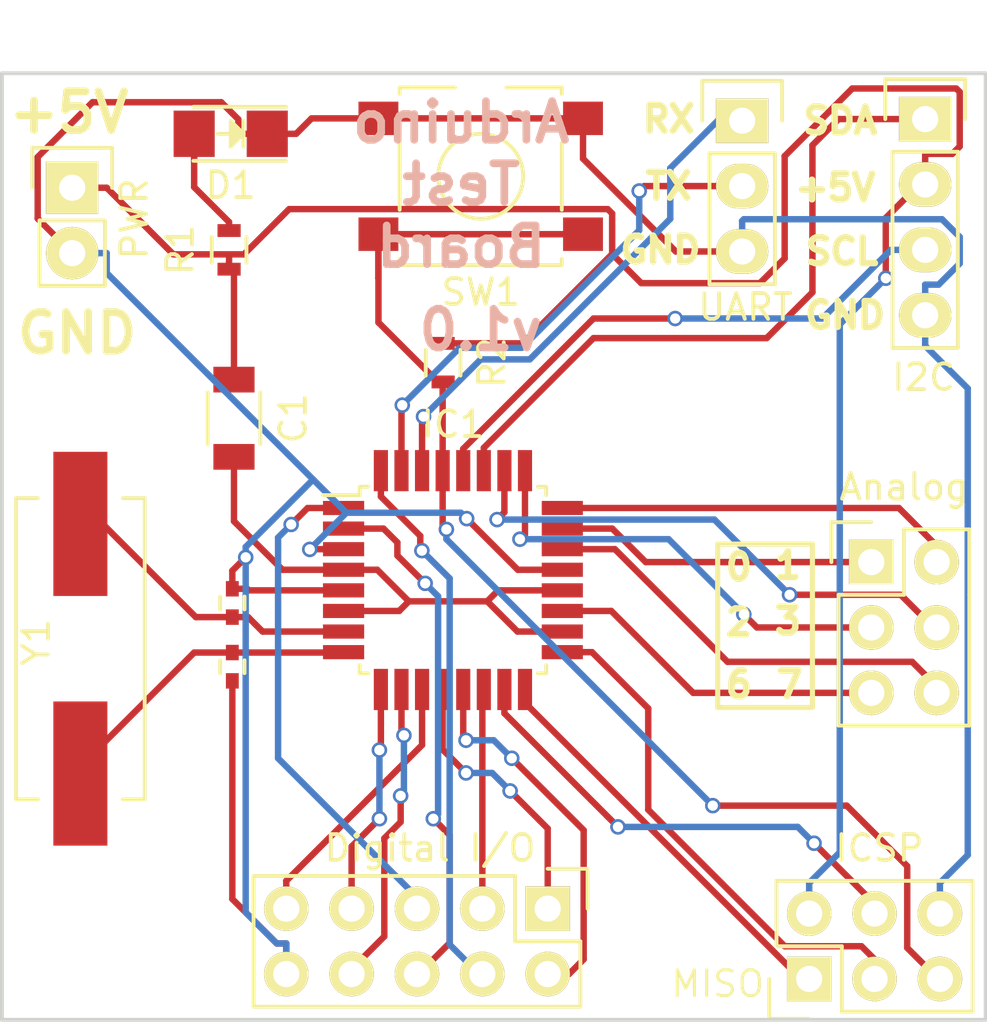
<source format=kicad_pcb>
(kicad_pcb (version 20171130) (host pcbnew "(5.1.12)-1")

  (general
    (thickness 1.6)
    (drawings 27)
    (tracks 294)
    (zones 0)
    (modules 15)
    (nets 30)
  )

  (page A4)
  (layers
    (0 F.Cu signal)
    (31 B.Cu signal)
    (32 B.Adhes user)
    (33 F.Adhes user hide)
    (34 B.Paste user)
    (35 F.Paste user)
    (36 B.SilkS user)
    (37 F.SilkS user)
    (38 B.Mask user)
    (39 F.Mask user)
    (40 Dwgs.User user)
    (41 Cmts.User user)
    (42 Eco1.User user)
    (43 Eco2.User user)
    (44 Edge.Cuts user)
    (45 Margin user)
    (46 B.CrtYd user)
    (47 F.CrtYd user)
    (48 B.Fab user)
    (49 F.Fab user)
  )

  (setup
    (last_trace_width 0.25)
    (trace_clearance 0.2)
    (zone_clearance 0.508)
    (zone_45_only no)
    (trace_min 0.2)
    (via_size 0.6)
    (via_drill 0.4)
    (via_min_size 0.4)
    (via_min_drill 0.3)
    (uvia_size 0.3)
    (uvia_drill 0.1)
    (uvias_allowed no)
    (uvia_min_size 0.2)
    (uvia_min_drill 0.1)
    (edge_width 0.15)
    (segment_width 0.2)
    (pcb_text_width 0.3)
    (pcb_text_size 1.5 1.5)
    (mod_edge_width 0.15)
    (mod_text_size 1 1)
    (mod_text_width 0.15)
    (pad_size 1.524 1.524)
    (pad_drill 0.762)
    (pad_to_mask_clearance 0.2)
    (aux_axis_origin 0 0)
    (visible_elements 7FFFFFFF)
    (pcbplotparams
      (layerselection 0x010f0_80000001)
      (usegerberextensions true)
      (usegerberattributes true)
      (usegerberadvancedattributes true)
      (creategerberjobfile true)
      (excludeedgelayer true)
      (linewidth 0.100000)
      (plotframeref false)
      (viasonmask false)
      (mode 1)
      (useauxorigin false)
      (hpglpennumber 1)
      (hpglpenspeed 20)
      (hpglpendiameter 15.000000)
      (psnegative false)
      (psa4output false)
      (plotreference true)
      (plotvalue true)
      (plotinvisibletext false)
      (padsonsilk false)
      (subtractmaskfromsilk false)
      (outputformat 1)
      (mirror false)
      (drillshape 0)
      (scaleselection 1)
      (outputdirectory "Gerbs/"))
  )

  (net 0 "")
  (net 1 +5V)
  (net 2 "Net-(C1-Pad2)")
  (net 3 GND)
  (net 4 /OSC1)
  (net 5 /OSC2)
  (net 6 "Net-(D1-Pad2)")
  (net 7 /PD3)
  (net 8 /PD4)
  (net 9 /PD5)
  (net 10 /PD6)
  (net 11 /PD7)
  (net 12 /PB0)
  (net 13 /PB1)
  (net 14 /PB2)
  (net 15 /MOSI)
  (net 16 /MISO)
  (net 17 /SCK)
  (net 18 /ADC6)
  (net 19 /ADC7)
  (net 20 /ADC0)
  (net 21 /ADC1)
  (net 22 /ADC2)
  (net 23 /ADC3)
  (net 24 /SDA)
  (net 25 /SCL)
  (net 26 /RST)
  (net 27 /RX)
  (net 28 /TX)
  (net 29 /PD2)

  (net_class Default "This is the default net class."
    (clearance 0.2)
    (trace_width 0.25)
    (via_dia 0.6)
    (via_drill 0.4)
    (uvia_dia 0.3)
    (uvia_drill 0.1)
    (add_net +5V)
    (add_net /ADC0)
    (add_net /ADC1)
    (add_net /ADC2)
    (add_net /ADC3)
    (add_net /ADC6)
    (add_net /ADC7)
    (add_net /MISO)
    (add_net /MOSI)
    (add_net /OSC1)
    (add_net /OSC2)
    (add_net /PB0)
    (add_net /PB1)
    (add_net /PB2)
    (add_net /PD2)
    (add_net /PD3)
    (add_net /PD4)
    (add_net /PD5)
    (add_net /PD6)
    (add_net /PD7)
    (add_net /RST)
    (add_net /RX)
    (add_net /SCK)
    (add_net /SCL)
    (add_net /SDA)
    (add_net /TX)
    (add_net GND)
    (add_net "Net-(C1-Pad2)")
    (add_net "Net-(D1-Pad2)")
  )

  (module Capacitors_SMD:C_1206 (layer F.Cu) (tedit 5415D7BD) (tstamp 581C2C42)
    (at 116.078 83.3755 270)
    (descr "Capacitor SMD 1206, reflow soldering, AVX (see smccp.pdf)")
    (tags "capacitor 1206")
    (path /581C261E)
    (attr smd)
    (fp_text reference C1 (at 0 -2.3 270) (layer F.SilkS)
      (effects (font (size 1 1) (thickness 0.15)))
    )
    (fp_text value 10u (at 0 2.3 270) (layer F.Fab)
      (effects (font (size 1 1) (thickness 0.15)))
    )
    (fp_line (start -1 1.025) (end 1 1.025) (layer F.SilkS) (width 0.15))
    (fp_line (start 1 -1.025) (end -1 -1.025) (layer F.SilkS) (width 0.15))
    (fp_line (start 2.3 -1.15) (end 2.3 1.15) (layer F.CrtYd) (width 0.05))
    (fp_line (start -2.3 -1.15) (end -2.3 1.15) (layer F.CrtYd) (width 0.05))
    (fp_line (start -2.3 1.15) (end 2.3 1.15) (layer F.CrtYd) (width 0.05))
    (fp_line (start -2.3 -1.15) (end 2.3 -1.15) (layer F.CrtYd) (width 0.05))
    (pad 1 smd rect (at -1.5 0 270) (size 1 1.6) (layers F.Cu F.Paste F.Mask)
      (net 1 +5V))
    (pad 2 smd rect (at 1.5 0 270) (size 1 1.6) (layers F.Cu F.Paste F.Mask)
      (net 2 "Net-(C1-Pad2)"))
    (model Capacitors_SMD.3dshapes/C_1206.wrl
      (at (xyz 0 0 0))
      (scale (xyz 1 1 1))
      (rotate (xyz 0 0 0))
    )
  )

  (module Capacitors_SMD:C_0402 (layer F.Cu) (tedit 581C2CF6) (tstamp 581C2C48)
    (at 116.014 90.551 270)
    (descr "Capacitor SMD 0402, reflow soldering, AVX (see smccp.pdf)")
    (tags "capacitor 0402")
    (path /581C199A)
    (attr smd)
    (fp_text reference CXtalIn1 (at 0 -1.7 270) (layer F.SilkS) hide
      (effects (font (size 1 1) (thickness 0.15)))
    )
    (fp_text value 18pf (at 0 1.7 270) (layer F.Fab) hide
      (effects (font (size 1 1) (thickness 0.15)))
    )
    (fp_line (start -0.25 0.475) (end 0.25 0.475) (layer F.SilkS) (width 0.15))
    (fp_line (start 0.25 -0.475) (end -0.25 -0.475) (layer F.SilkS) (width 0.15))
    (fp_line (start 1.15 -0.6) (end 1.15 0.6) (layer F.CrtYd) (width 0.05))
    (fp_line (start -1.15 -0.6) (end -1.15 0.6) (layer F.CrtYd) (width 0.05))
    (fp_line (start -1.15 0.6) (end 1.15 0.6) (layer F.CrtYd) (width 0.05))
    (fp_line (start -1.15 -0.6) (end 1.15 -0.6) (layer F.CrtYd) (width 0.05))
    (pad 1 smd rect (at -0.55 0 270) (size 0.6 0.5) (layers F.Cu F.Paste F.Mask)
      (net 3 GND))
    (pad 2 smd rect (at 0.55 0 270) (size 0.6 0.5) (layers F.Cu F.Paste F.Mask)
      (net 4 /OSC1))
    (model Capacitors_SMD.3dshapes/C_0402.wrl
      (at (xyz 0 0 0))
      (scale (xyz 1 1 1))
      (rotate (xyz 0 0 0))
    )
  )

  (module Capacitors_SMD:C_0402 (layer F.Cu) (tedit 581C2CF0) (tstamp 581C2C4E)
    (at 116.014 93.0275 90)
    (descr "Capacitor SMD 0402, reflow soldering, AVX (see smccp.pdf)")
    (tags "capacitor 0402")
    (path /581C192C)
    (attr smd)
    (fp_text reference CXtalout1 (at -3.3655 -2.0955 90) (layer F.SilkS) hide
      (effects (font (size 1 1) (thickness 0.15)))
    )
    (fp_text value 18pf (at 0 1.7 90) (layer F.Fab) hide
      (effects (font (size 1 1) (thickness 0.15)))
    )
    (fp_line (start -0.25 0.475) (end 0.25 0.475) (layer F.SilkS) (width 0.15))
    (fp_line (start 0.25 -0.475) (end -0.25 -0.475) (layer F.SilkS) (width 0.15))
    (fp_line (start 1.15 -0.6) (end 1.15 0.6) (layer F.CrtYd) (width 0.05))
    (fp_line (start -1.15 -0.6) (end -1.15 0.6) (layer F.CrtYd) (width 0.05))
    (fp_line (start -1.15 0.6) (end 1.15 0.6) (layer F.CrtYd) (width 0.05))
    (fp_line (start -1.15 -0.6) (end 1.15 -0.6) (layer F.CrtYd) (width 0.05))
    (pad 1 smd rect (at -0.55 0 90) (size 0.6 0.5) (layers F.Cu F.Paste F.Mask)
      (net 3 GND))
    (pad 2 smd rect (at 0.55 0 90) (size 0.6 0.5) (layers F.Cu F.Paste F.Mask)
      (net 5 /OSC2))
    (model Capacitors_SMD.3dshapes/C_0402.wrl
      (at (xyz 0 0 0))
      (scale (xyz 1 1 1))
      (rotate (xyz 0 0 0))
    )
  )

  (module LEDs:LED_1206 (layer F.Cu) (tedit 55BDE2E8) (tstamp 581C2C54)
    (at 115.951 72.3265 180)
    (descr "LED 1206 smd package")
    (tags "LED1206 SMD")
    (path /581C6DAA)
    (attr smd)
    (fp_text reference D1 (at 0 -2 180) (layer F.SilkS)
      (effects (font (size 1 1) (thickness 0.15)))
    )
    (fp_text value LED (at 0 2 180) (layer F.Fab)
      (effects (font (size 1 1) (thickness 0.15)))
    )
    (fp_line (start 2.5 1.25) (end 2.5 -1.25) (layer F.CrtYd) (width 0.05))
    (fp_line (start -2.5 1.25) (end 2.5 1.25) (layer F.CrtYd) (width 0.05))
    (fp_line (start -2.5 -1.25) (end -2.5 1.25) (layer F.CrtYd) (width 0.05))
    (fp_line (start 2.5 -1.25) (end -2.5 -1.25) (layer F.CrtYd) (width 0.05))
    (fp_line (start 0 0.5) (end -0.5 0) (layer F.SilkS) (width 0.15))
    (fp_line (start 0 -0.5) (end 0 0.5) (layer F.SilkS) (width 0.15))
    (fp_line (start -0.5 0) (end 0 -0.5) (layer F.SilkS) (width 0.15))
    (fp_line (start 0 0) (end 0.5 0) (layer F.SilkS) (width 0.15))
    (fp_line (start -0.5 -0.5) (end -0.5 0.5) (layer F.SilkS) (width 0.15))
    (fp_line (start -0.2 0.05) (end -0.25 0) (layer F.SilkS) (width 0.15))
    (fp_line (start -0.2 -0.2) (end -0.2 0.05) (layer F.SilkS) (width 0.15))
    (fp_line (start -0.4 0) (end -0.2 -0.2) (layer F.SilkS) (width 0.15))
    (fp_line (start -0.1 0.3) (end -0.4 0) (layer F.SilkS) (width 0.15))
    (fp_line (start -0.1 -0.3) (end -0.1 0.3) (layer F.SilkS) (width 0.15))
    (fp_line (start -2.15 -1.05) (end 1.45 -1.05) (layer F.SilkS) (width 0.15))
    (fp_line (start -2.15 1.05) (end 1.45 1.05) (layer F.SilkS) (width 0.15))
    (pad 2 smd rect (at 1.41986 0) (size 1.59766 1.80086) (layers F.Cu F.Paste F.Mask)
      (net 6 "Net-(D1-Pad2)"))
    (pad 1 smd rect (at -1.41986 0) (size 1.59766 1.80086) (layers F.Cu F.Paste F.Mask)
      (net 3 GND))
    (model LEDs.3dshapes/LED_1206.wrl
      (at (xyz 0 0 0))
      (scale (xyz 1 1 1))
      (rotate (xyz 0 0 180))
    )
  )

  (module Housings_QFP:TQFP-32_7x7mm_Pitch0.8mm (layer F.Cu) (tedit 54130A77) (tstamp 581C2C78)
    (at 124.587 89.662)
    (descr "32-Lead Plastic Thin Quad Flatpack (PT) - 7x7x1.0 mm Body, 2.00 mm [TQFP] (see Microchip Packaging Specification 00000049BS.pdf)")
    (tags "QFP 0.8")
    (path /581C16D4)
    (attr smd)
    (fp_text reference IC1 (at 0 -6.05) (layer F.SilkS)
      (effects (font (size 1 1) (thickness 0.15)))
    )
    (fp_text value ATMEGA328-A (at 0 6.05) (layer F.Fab)
      (effects (font (size 1 1) (thickness 0.15)))
    )
    (fp_line (start -3.625 -3.3) (end -5.05 -3.3) (layer F.SilkS) (width 0.15))
    (fp_line (start 3.625 -3.625) (end 3.3 -3.625) (layer F.SilkS) (width 0.15))
    (fp_line (start 3.625 3.625) (end 3.3 3.625) (layer F.SilkS) (width 0.15))
    (fp_line (start -3.625 3.625) (end -3.3 3.625) (layer F.SilkS) (width 0.15))
    (fp_line (start -3.625 -3.625) (end -3.3 -3.625) (layer F.SilkS) (width 0.15))
    (fp_line (start -3.625 3.625) (end -3.625 3.3) (layer F.SilkS) (width 0.15))
    (fp_line (start 3.625 3.625) (end 3.625 3.3) (layer F.SilkS) (width 0.15))
    (fp_line (start 3.625 -3.625) (end 3.625 -3.3) (layer F.SilkS) (width 0.15))
    (fp_line (start -3.625 -3.625) (end -3.625 -3.3) (layer F.SilkS) (width 0.15))
    (fp_line (start -5.3 5.3) (end 5.3 5.3) (layer F.CrtYd) (width 0.05))
    (fp_line (start -5.3 -5.3) (end 5.3 -5.3) (layer F.CrtYd) (width 0.05))
    (fp_line (start 5.3 -5.3) (end 5.3 5.3) (layer F.CrtYd) (width 0.05))
    (fp_line (start -5.3 -5.3) (end -5.3 5.3) (layer F.CrtYd) (width 0.05))
    (pad 1 smd rect (at -4.25 -2.8) (size 1.6 0.55) (layers F.Cu F.Paste F.Mask)
      (net 7 /PD3))
    (pad 2 smd rect (at -4.25 -2) (size 1.6 0.55) (layers F.Cu F.Paste F.Mask)
      (net 8 /PD4))
    (pad 3 smd rect (at -4.25 -1.2) (size 1.6 0.55) (layers F.Cu F.Paste F.Mask)
      (net 3 GND))
    (pad 4 smd rect (at -4.25 -0.4) (size 1.6 0.55) (layers F.Cu F.Paste F.Mask)
      (net 2 "Net-(C1-Pad2)"))
    (pad 5 smd rect (at -4.25 0.4) (size 1.6 0.55) (layers F.Cu F.Paste F.Mask)
      (net 3 GND))
    (pad 6 smd rect (at -4.25 1.2) (size 1.6 0.55) (layers F.Cu F.Paste F.Mask)
      (net 2 "Net-(C1-Pad2)"))
    (pad 7 smd rect (at -4.25 2) (size 1.6 0.55) (layers F.Cu F.Paste F.Mask)
      (net 4 /OSC1))
    (pad 8 smd rect (at -4.25 2.8) (size 1.6 0.55) (layers F.Cu F.Paste F.Mask)
      (net 5 /OSC2))
    (pad 9 smd rect (at -2.8 4.25 90) (size 1.6 0.55) (layers F.Cu F.Paste F.Mask)
      (net 9 /PD5))
    (pad 10 smd rect (at -2 4.25 90) (size 1.6 0.55) (layers F.Cu F.Paste F.Mask)
      (net 10 /PD6))
    (pad 11 smd rect (at -1.2 4.25 90) (size 1.6 0.55) (layers F.Cu F.Paste F.Mask)
      (net 11 /PD7))
    (pad 12 smd rect (at -0.4 4.25 90) (size 1.6 0.55) (layers F.Cu F.Paste F.Mask)
      (net 12 /PB0))
    (pad 13 smd rect (at 0.4 4.25 90) (size 1.6 0.55) (layers F.Cu F.Paste F.Mask)
      (net 13 /PB1))
    (pad 14 smd rect (at 1.2 4.25 90) (size 1.6 0.55) (layers F.Cu F.Paste F.Mask)
      (net 14 /PB2))
    (pad 15 smd rect (at 2 4.25 90) (size 1.6 0.55) (layers F.Cu F.Paste F.Mask)
      (net 15 /MOSI))
    (pad 16 smd rect (at 2.8 4.25 90) (size 1.6 0.55) (layers F.Cu F.Paste F.Mask)
      (net 16 /MISO))
    (pad 17 smd rect (at 4.25 2.8) (size 1.6 0.55) (layers F.Cu F.Paste F.Mask)
      (net 17 /SCK))
    (pad 18 smd rect (at 4.25 2) (size 1.6 0.55) (layers F.Cu F.Paste F.Mask)
      (net 2 "Net-(C1-Pad2)"))
    (pad 19 smd rect (at 4.25 1.2) (size 1.6 0.55) (layers F.Cu F.Paste F.Mask)
      (net 18 /ADC6))
    (pad 20 smd rect (at 4.25 0.4) (size 1.6 0.55) (layers F.Cu F.Paste F.Mask)
      (net 2 "Net-(C1-Pad2)"))
    (pad 21 smd rect (at 4.25 -0.4) (size 1.6 0.55) (layers F.Cu F.Paste F.Mask)
      (net 3 GND))
    (pad 22 smd rect (at 4.25 -1.2) (size 1.6 0.55) (layers F.Cu F.Paste F.Mask)
      (net 19 /ADC7))
    (pad 23 smd rect (at 4.25 -2) (size 1.6 0.55) (layers F.Cu F.Paste F.Mask)
      (net 20 /ADC0))
    (pad 24 smd rect (at 4.25 -2.8) (size 1.6 0.55) (layers F.Cu F.Paste F.Mask)
      (net 21 /ADC1))
    (pad 25 smd rect (at 2.8 -4.25 90) (size 1.6 0.55) (layers F.Cu F.Paste F.Mask)
      (net 22 /ADC2))
    (pad 26 smd rect (at 2 -4.25 90) (size 1.6 0.55) (layers F.Cu F.Paste F.Mask)
      (net 23 /ADC3))
    (pad 27 smd rect (at 1.2 -4.25 90) (size 1.6 0.55) (layers F.Cu F.Paste F.Mask)
      (net 24 /SDA))
    (pad 28 smd rect (at 0.4 -4.25 90) (size 1.6 0.55) (layers F.Cu F.Paste F.Mask)
      (net 25 /SCL))
    (pad 29 smd rect (at -0.4 -4.25 90) (size 1.6 0.55) (layers F.Cu F.Paste F.Mask)
      (net 26 /RST))
    (pad 30 smd rect (at -1.2 -4.25 90) (size 1.6 0.55) (layers F.Cu F.Paste F.Mask)
      (net 27 /RX))
    (pad 31 smd rect (at -2 -4.25 90) (size 1.6 0.55) (layers F.Cu F.Paste F.Mask)
      (net 28 /TX))
    (pad 32 smd rect (at -2.8 -4.25 90) (size 1.6 0.55) (layers F.Cu F.Paste F.Mask)
      (net 29 /PD2))
    (model Housings_QFP.3dshapes/TQFP-32_7x7mm_Pitch0.8mm.wrl
      (at (xyz 0 0 0))
      (scale (xyz 1 1 1))
      (rotate (xyz 0 0 0))
    )
  )

  (module Pin_Headers:Pin_Header_Straight_2x03 (layer F.Cu) (tedit 581CC21C) (tstamp 581C2C82)
    (at 138.43 105.156 90)
    (descr "Through hole pin header")
    (tags "pin header")
    (path /581C5447)
    (fp_text reference ICSP (at 5.08 2.7305 180) (layer F.SilkS)
      (effects (font (size 1 1) (thickness 0.15)))
    )
    (fp_text value ICSP (at 2.6035 -2.4765 90) (layer F.Fab) hide
      (effects (font (size 1 1) (thickness 0.15)))
    )
    (fp_line (start 3.81 1.27) (end 3.81 -1.27) (layer F.SilkS) (width 0.15))
    (fp_line (start 3.81 -1.27) (end 1.27 -1.27) (layer F.SilkS) (width 0.15))
    (fp_line (start -1.55 -1.55) (end -1.55 0) (layer F.SilkS) (width 0.15))
    (fp_line (start 3.81 6.35) (end 3.81 1.27) (layer F.SilkS) (width 0.15))
    (fp_line (start -1.27 6.35) (end 3.81 6.35) (layer F.SilkS) (width 0.15))
    (fp_line (start 1.27 1.27) (end -1.27 1.27) (layer F.SilkS) (width 0.15))
    (fp_line (start 1.27 -1.27) (end 1.27 1.27) (layer F.SilkS) (width 0.15))
    (fp_line (start -1.75 6.85) (end 4.3 6.85) (layer F.CrtYd) (width 0.05))
    (fp_line (start -1.75 -1.75) (end 4.3 -1.75) (layer F.CrtYd) (width 0.05))
    (fp_line (start 4.3 -1.75) (end 4.3 6.85) (layer F.CrtYd) (width 0.05))
    (fp_line (start -1.75 -1.75) (end -1.75 6.85) (layer F.CrtYd) (width 0.05))
    (fp_line (start -1.55 -1.55) (end 0 -1.55) (layer F.SilkS) (width 0.15))
    (fp_line (start -1.27 1.27) (end -1.27 6.35) (layer F.SilkS) (width 0.15))
    (pad 1 thru_hole rect (at 0 0 90) (size 1.7272 1.7272) (drill 1.016) (layers *.Cu *.Mask F.SilkS)
      (net 16 /MISO))
    (pad 2 thru_hole oval (at 2.54 0 90) (size 1.7272 1.7272) (drill 1.016) (layers *.Cu *.Mask F.SilkS)
      (net 1 +5V))
    (pad 3 thru_hole oval (at 0 2.54 90) (size 1.7272 1.7272) (drill 1.016) (layers *.Cu *.Mask F.SilkS)
      (net 17 /SCK))
    (pad 4 thru_hole oval (at 2.54 2.54 90) (size 1.7272 1.7272) (drill 1.016) (layers *.Cu *.Mask F.SilkS)
      (net 15 /MOSI))
    (pad 5 thru_hole oval (at 0 5.08 90) (size 1.7272 1.7272) (drill 1.016) (layers *.Cu *.Mask F.SilkS)
      (net 26 /RST))
    (pad 6 thru_hole oval (at 2.54 5.08 90) (size 1.7272 1.7272) (drill 1.016) (layers *.Cu *.Mask F.SilkS)
      (net 3 GND))
    (model Pin_Headers.3dshapes/Pin_Header_Straight_2x03.wrl
      (offset (xyz 1.269999980926514 -2.539999961853027 0))
      (scale (xyz 1 1 1))
      (rotate (xyz 0 0 90))
    )
  )

  (module Pin_Headers:Pin_Header_Straight_1x03 (layer F.Cu) (tedit 581CBB54) (tstamp 581C2C89)
    (at 135.826 71.8185)
    (descr "Through hole pin header")
    (tags "pin header")
    (path /581C38D3)
    (fp_text reference UART (at 0.127 7.239) (layer F.SilkS)
      (effects (font (size 1 1) (thickness 0.15)))
    )
    (fp_text value UART (at 0 -3.1 180) (layer F.Fab) hide
      (effects (font (size 1 1) (thickness 0.15)))
    )
    (fp_line (start -1.55 -1.55) (end 1.55 -1.55) (layer F.SilkS) (width 0.15))
    (fp_line (start -1.55 0) (end -1.55 -1.55) (layer F.SilkS) (width 0.15))
    (fp_line (start 1.27 1.27) (end -1.27 1.27) (layer F.SilkS) (width 0.15))
    (fp_line (start 1.55 -1.55) (end 1.55 0) (layer F.SilkS) (width 0.15))
    (fp_line (start 1.27 6.35) (end 1.27 1.27) (layer F.SilkS) (width 0.15))
    (fp_line (start -1.27 6.35) (end 1.27 6.35) (layer F.SilkS) (width 0.15))
    (fp_line (start -1.27 1.27) (end -1.27 6.35) (layer F.SilkS) (width 0.15))
    (fp_line (start -1.75 6.85) (end 1.75 6.85) (layer F.CrtYd) (width 0.05))
    (fp_line (start -1.75 -1.75) (end 1.75 -1.75) (layer F.CrtYd) (width 0.05))
    (fp_line (start 1.75 -1.75) (end 1.75 6.85) (layer F.CrtYd) (width 0.05))
    (fp_line (start -1.75 -1.75) (end -1.75 6.85) (layer F.CrtYd) (width 0.05))
    (pad 1 thru_hole rect (at 0 0) (size 2.032 1.7272) (drill 1.016) (layers *.Cu *.Mask F.SilkS)
      (net 27 /RX))
    (pad 2 thru_hole oval (at 0 2.54) (size 2.032 1.7272) (drill 1.016) (layers *.Cu *.Mask F.SilkS)
      (net 28 /TX))
    (pad 3 thru_hole oval (at 0 5.08) (size 2.032 1.7272) (drill 1.016) (layers *.Cu *.Mask F.SilkS)
      (net 3 GND))
    (model Pin_Headers.3dshapes/Pin_Header_Straight_1x03.wrl
      (offset (xyz 0 -2.539999961853027 0))
      (scale (xyz 1 1 1))
      (rotate (xyz 0 0 90))
    )
  )

  (module Pin_Headers:Pin_Header_Straight_1x04 (layer F.Cu) (tedit 581CB94B) (tstamp 581C2C91)
    (at 142.938 71.755)
    (descr "Through hole pin header")
    (tags "pin header")
    (path /581C4068)
    (fp_text reference I2C (at -0.0635 10.033 180) (layer F.SilkS)
      (effects (font (size 1 1) (thickness 0.15)))
    )
    (fp_text value I2C (at 0.0635 -3.7465) (layer F.Fab) hide
      (effects (font (size 1 1) (thickness 0.15)))
    )
    (fp_line (start -1.55 -1.55) (end 1.55 -1.55) (layer F.SilkS) (width 0.15))
    (fp_line (start -1.55 0) (end -1.55 -1.55) (layer F.SilkS) (width 0.15))
    (fp_line (start 1.27 1.27) (end -1.27 1.27) (layer F.SilkS) (width 0.15))
    (fp_line (start -1.27 8.89) (end 1.27 8.89) (layer F.SilkS) (width 0.15))
    (fp_line (start 1.55 -1.55) (end 1.55 0) (layer F.SilkS) (width 0.15))
    (fp_line (start 1.27 1.27) (end 1.27 8.89) (layer F.SilkS) (width 0.15))
    (fp_line (start -1.27 1.27) (end -1.27 8.89) (layer F.SilkS) (width 0.15))
    (fp_line (start -1.75 9.4) (end 1.75 9.4) (layer F.CrtYd) (width 0.05))
    (fp_line (start -1.75 -1.75) (end 1.75 -1.75) (layer F.CrtYd) (width 0.05))
    (fp_line (start 1.75 -1.75) (end 1.75 9.4) (layer F.CrtYd) (width 0.05))
    (fp_line (start -1.75 -1.75) (end -1.75 9.4) (layer F.CrtYd) (width 0.05))
    (pad 1 thru_hole rect (at 0 0) (size 2.032 1.7272) (drill 1.016) (layers *.Cu *.Mask F.SilkS)
      (net 24 /SDA))
    (pad 2 thru_hole oval (at 0 2.54) (size 2.032 1.7272) (drill 1.016) (layers *.Cu *.Mask F.SilkS)
      (net 1 +5V))
    (pad 3 thru_hole oval (at 0 5.08) (size 2.032 1.7272) (drill 1.016) (layers *.Cu *.Mask F.SilkS)
      (net 25 /SCL))
    (pad 4 thru_hole oval (at 0 7.62) (size 2.032 1.7272) (drill 1.016) (layers *.Cu *.Mask F.SilkS)
      (net 3 GND))
    (model Pin_Headers.3dshapes/Pin_Header_Straight_1x04.wrl
      (offset (xyz 0 -3.809999942779541 0))
      (scale (xyz 1 1 1))
      (rotate (xyz 0 0 90))
    )
  )

  (module Pin_Headers:Pin_Header_Straight_2x05 (layer F.Cu) (tedit 581CC04E) (tstamp 581C2C9F)
    (at 128.27 102.426 270)
    (descr "Through hole pin header")
    (tags "pin header")
    (path /581C9070)
    (fp_text reference "Digital I/O" (at -2.3495 4.572) (layer F.SilkS)
      (effects (font (size 1 1) (thickness 0.15)))
    )
    (fp_text value Digital (at 0 -3.1 270) (layer F.Fab)
      (effects (font (size 1 1) (thickness 0.15)))
    )
    (fp_line (start -1.55 -1.55) (end -1.55 0) (layer F.SilkS) (width 0.15))
    (fp_line (start 1.27 1.27) (end -1.27 1.27) (layer F.SilkS) (width 0.15))
    (fp_line (start 1.27 -1.27) (end 1.27 1.27) (layer F.SilkS) (width 0.15))
    (fp_line (start 0 -1.55) (end -1.55 -1.55) (layer F.SilkS) (width 0.15))
    (fp_line (start 3.81 -1.27) (end 1.27 -1.27) (layer F.SilkS) (width 0.15))
    (fp_line (start -1.27 11.43) (end -1.27 1.27) (layer F.SilkS) (width 0.15))
    (fp_line (start 3.81 11.43) (end -1.27 11.43) (layer F.SilkS) (width 0.15))
    (fp_line (start 3.81 -1.27) (end 3.81 11.43) (layer F.SilkS) (width 0.15))
    (fp_line (start -1.75 11.95) (end 4.3 11.95) (layer F.CrtYd) (width 0.05))
    (fp_line (start -1.75 -1.75) (end 4.3 -1.75) (layer F.CrtYd) (width 0.05))
    (fp_line (start 4.3 -1.75) (end 4.3 11.95) (layer F.CrtYd) (width 0.05))
    (fp_line (start -1.75 -1.75) (end -1.75 11.95) (layer F.CrtYd) (width 0.05))
    (pad 1 thru_hole rect (at 0 0 270) (size 1.7272 1.7272) (drill 1.016) (layers *.Cu *.Mask F.SilkS)
      (net 12 /PB0))
    (pad 2 thru_hole oval (at 2.54 0 270) (size 1.7272 1.7272) (drill 1.016) (layers *.Cu *.Mask F.SilkS)
      (net 13 /PB1))
    (pad 3 thru_hole oval (at 0 2.54 270) (size 1.7272 1.7272) (drill 1.016) (layers *.Cu *.Mask F.SilkS)
      (net 14 /PB2))
    (pad 4 thru_hole oval (at 2.54 2.54 270) (size 1.7272 1.7272) (drill 1.016) (layers *.Cu *.Mask F.SilkS)
      (net 29 /PD2))
    (pad 5 thru_hole oval (at 0 5.08 270) (size 1.7272 1.7272) (drill 1.016) (layers *.Cu *.Mask F.SilkS)
      (net 7 /PD3))
    (pad 6 thru_hole oval (at 2.54 5.08 270) (size 1.7272 1.7272) (drill 1.016) (layers *.Cu *.Mask F.SilkS)
      (net 8 /PD4))
    (pad 7 thru_hole oval (at 0 7.62 270) (size 1.7272 1.7272) (drill 1.016) (layers *.Cu *.Mask F.SilkS)
      (net 9 /PD5))
    (pad 8 thru_hole oval (at 2.54 7.62 270) (size 1.7272 1.7272) (drill 1.016) (layers *.Cu *.Mask F.SilkS)
      (net 10 /PD6))
    (pad 9 thru_hole oval (at 0 10.16 270) (size 1.7272 1.7272) (drill 1.016) (layers *.Cu *.Mask F.SilkS)
      (net 11 /PD7))
    (pad 10 thru_hole oval (at 2.54 10.16 270) (size 1.7272 1.7272) (drill 1.016) (layers *.Cu *.Mask F.SilkS)
      (net 3 GND))
    (model Pin_Headers.3dshapes/Pin_Header_Straight_2x05.wrl
      (offset (xyz 1.269999980926514 -5.079999923706055 0))
      (scale (xyz 1 1 1))
      (rotate (xyz 0 0 90))
    )
  )

  (module Pin_Headers:Pin_Header_Straight_2x03 (layer F.Cu) (tedit 581C2D69) (tstamp 581C2CA9)
    (at 140.843 88.9635)
    (descr "Through hole pin header")
    (tags "pin header")
    (path /581C962F)
    (fp_text reference Analog (at 1.27 -2.921) (layer F.SilkS)
      (effects (font (size 1 1) (thickness 0.15)))
    )
    (fp_text value Analog (at 0 -3.1) (layer F.Fab) hide
      (effects (font (size 1 1) (thickness 0.15)))
    )
    (fp_line (start 3.81 1.27) (end 3.81 -1.27) (layer F.SilkS) (width 0.15))
    (fp_line (start 3.81 -1.27) (end 1.27 -1.27) (layer F.SilkS) (width 0.15))
    (fp_line (start -1.55 -1.55) (end -1.55 0) (layer F.SilkS) (width 0.15))
    (fp_line (start 3.81 6.35) (end 3.81 1.27) (layer F.SilkS) (width 0.15))
    (fp_line (start -1.27 6.35) (end 3.81 6.35) (layer F.SilkS) (width 0.15))
    (fp_line (start 1.27 1.27) (end -1.27 1.27) (layer F.SilkS) (width 0.15))
    (fp_line (start 1.27 -1.27) (end 1.27 1.27) (layer F.SilkS) (width 0.15))
    (fp_line (start -1.75 6.85) (end 4.3 6.85) (layer F.CrtYd) (width 0.05))
    (fp_line (start -1.75 -1.75) (end 4.3 -1.75) (layer F.CrtYd) (width 0.05))
    (fp_line (start 4.3 -1.75) (end 4.3 6.85) (layer F.CrtYd) (width 0.05))
    (fp_line (start -1.75 -1.75) (end -1.75 6.85) (layer F.CrtYd) (width 0.05))
    (fp_line (start -1.55 -1.55) (end 0 -1.55) (layer F.SilkS) (width 0.15))
    (fp_line (start -1.27 1.27) (end -1.27 6.35) (layer F.SilkS) (width 0.15))
    (pad 1 thru_hole rect (at 0 0) (size 1.7272 1.7272) (drill 1.016) (layers *.Cu *.Mask F.SilkS)
      (net 20 /ADC0))
    (pad 2 thru_hole oval (at 2.54 0) (size 1.7272 1.7272) (drill 1.016) (layers *.Cu *.Mask F.SilkS)
      (net 21 /ADC1))
    (pad 3 thru_hole oval (at 0 2.54) (size 1.7272 1.7272) (drill 1.016) (layers *.Cu *.Mask F.SilkS)
      (net 22 /ADC2))
    (pad 4 thru_hole oval (at 2.54 2.54) (size 1.7272 1.7272) (drill 1.016) (layers *.Cu *.Mask F.SilkS)
      (net 23 /ADC3))
    (pad 5 thru_hole oval (at 0 5.08) (size 1.7272 1.7272) (drill 1.016) (layers *.Cu *.Mask F.SilkS)
      (net 18 /ADC6))
    (pad 6 thru_hole oval (at 2.54 5.08) (size 1.7272 1.7272) (drill 1.016) (layers *.Cu *.Mask F.SilkS)
      (net 19 /ADC7))
    (model Pin_Headers.3dshapes/Pin_Header_Straight_2x03.wrl
      (offset (xyz 1.269999980926514 -2.539999961853027 0))
      (scale (xyz 1 1 1))
      (rotate (xyz 0 0 90))
    )
  )

  (module Pin_Headers:Pin_Header_Straight_1x02 (layer F.Cu) (tedit 581CC03E) (tstamp 581C2CAF)
    (at 109.792 74.422)
    (descr "Through hole pin header")
    (tags "pin header")
    (path /581C7F0C)
    (fp_text reference PWR (at 2.413 1.2065 90) (layer F.SilkS)
      (effects (font (size 1 1) (thickness 0.15)))
    )
    (fp_text value Power (at 0.0635 3.937) (layer F.Fab) hide
      (effects (font (size 1 1) (thickness 0.15)))
    )
    (fp_line (start -1.27 3.81) (end 1.27 3.81) (layer F.SilkS) (width 0.15))
    (fp_line (start -1.27 1.27) (end -1.27 3.81) (layer F.SilkS) (width 0.15))
    (fp_line (start -1.55 -1.55) (end 1.55 -1.55) (layer F.SilkS) (width 0.15))
    (fp_line (start -1.55 0) (end -1.55 -1.55) (layer F.SilkS) (width 0.15))
    (fp_line (start 1.27 1.27) (end -1.27 1.27) (layer F.SilkS) (width 0.15))
    (fp_line (start -1.75 4.3) (end 1.75 4.3) (layer F.CrtYd) (width 0.05))
    (fp_line (start -1.75 -1.75) (end 1.75 -1.75) (layer F.CrtYd) (width 0.05))
    (fp_line (start 1.75 -1.75) (end 1.75 4.3) (layer F.CrtYd) (width 0.05))
    (fp_line (start -1.75 -1.75) (end -1.75 4.3) (layer F.CrtYd) (width 0.05))
    (fp_line (start 1.55 -1.55) (end 1.55 0) (layer F.SilkS) (width 0.15))
    (fp_line (start 1.27 1.27) (end 1.27 3.81) (layer F.SilkS) (width 0.15))
    (pad 1 thru_hole rect (at 0 0) (size 2.032 2.032) (drill 1.016) (layers *.Cu *.Mask F.SilkS)
      (net 1 +5V))
    (pad 2 thru_hole oval (at 0 2.54) (size 2.032 2.032) (drill 1.016) (layers *.Cu *.Mask F.SilkS)
      (net 3 GND))
    (model Pin_Headers.3dshapes/Pin_Header_Straight_1x02.wrl
      (offset (xyz 0 -1.269999980926514 0))
      (scale (xyz 1 1 1))
      (rotate (xyz 0 0 90))
    )
  )

  (module Resistors_SMD:R_0603 (layer F.Cu) (tedit 5415CC62) (tstamp 581C2CB5)
    (at 115.888 76.835 90)
    (descr "Resistor SMD 0603, reflow soldering, Vishay (see dcrcw.pdf)")
    (tags "resistor 0603")
    (path /581C6D24)
    (attr smd)
    (fp_text reference R1 (at 0 -1.9 90) (layer F.SilkS)
      (effects (font (size 1 1) (thickness 0.15)))
    )
    (fp_text value <10k (at 0 1.9 90) (layer F.Fab)
      (effects (font (size 1 1) (thickness 0.15)))
    )
    (fp_line (start -0.5 -0.675) (end 0.5 -0.675) (layer F.SilkS) (width 0.15))
    (fp_line (start 0.5 0.675) (end -0.5 0.675) (layer F.SilkS) (width 0.15))
    (fp_line (start 1.3 -0.8) (end 1.3 0.8) (layer F.CrtYd) (width 0.05))
    (fp_line (start -1.3 -0.8) (end -1.3 0.8) (layer F.CrtYd) (width 0.05))
    (fp_line (start -1.3 0.8) (end 1.3 0.8) (layer F.CrtYd) (width 0.05))
    (fp_line (start -1.3 -0.8) (end 1.3 -0.8) (layer F.CrtYd) (width 0.05))
    (pad 1 smd rect (at -0.75 0 90) (size 0.5 0.9) (layers F.Cu F.Paste F.Mask)
      (net 1 +5V))
    (pad 2 smd rect (at 0.75 0 90) (size 0.5 0.9) (layers F.Cu F.Paste F.Mask)
      (net 6 "Net-(D1-Pad2)"))
    (model Resistors_SMD.3dshapes/R_0603.wrl
      (at (xyz 0 0 0))
      (scale (xyz 1 1 1))
      (rotate (xyz 0 0 0))
    )
  )

  (module Resistors_SMD:R_0603 (layer F.Cu) (tedit 5415CC62) (tstamp 581C2CBB)
    (at 124.206 81.2165 270)
    (descr "Resistor SMD 0603, reflow soldering, Vishay (see dcrcw.pdf)")
    (tags "resistor 0603")
    (path /581C2A4E)
    (attr smd)
    (fp_text reference R2 (at 0 -1.9 270) (layer F.SilkS)
      (effects (font (size 1 1) (thickness 0.15)))
    )
    (fp_text value 10k (at 0 1.9 270) (layer F.Fab)
      (effects (font (size 1 1) (thickness 0.15)))
    )
    (fp_line (start -0.5 -0.675) (end 0.5 -0.675) (layer F.SilkS) (width 0.15))
    (fp_line (start 0.5 0.675) (end -0.5 0.675) (layer F.SilkS) (width 0.15))
    (fp_line (start 1.3 -0.8) (end 1.3 0.8) (layer F.CrtYd) (width 0.05))
    (fp_line (start -1.3 -0.8) (end -1.3 0.8) (layer F.CrtYd) (width 0.05))
    (fp_line (start -1.3 0.8) (end 1.3 0.8) (layer F.CrtYd) (width 0.05))
    (fp_line (start -1.3 -0.8) (end 1.3 -0.8) (layer F.CrtYd) (width 0.05))
    (pad 1 smd rect (at -0.75 0 270) (size 0.5 0.9) (layers F.Cu F.Paste F.Mask)
      (net 1 +5V))
    (pad 2 smd rect (at 0.75 0 270) (size 0.5 0.9) (layers F.Cu F.Paste F.Mask)
      (net 26 /RST))
    (model Resistors_SMD.3dshapes/R_0603.wrl
      (at (xyz 0 0 0))
      (scale (xyz 1 1 1))
      (rotate (xyz 0 0 0))
    )
  )

  (module Buttons_Switches_SMD:SW_SPST_B3S-1100 (layer F.Cu) (tedit 581CBD7A) (tstamp 581C2CC4)
    (at 125.666 73.9775 180)
    (descr "Surface Mount Tactile Switch for High-Density Packaging with Ground Terminal")
    (tags "Tactile Switch")
    (path /581C2BE6)
    (attr smd)
    (fp_text reference SW1 (at 0 -4.5 180) (layer F.SilkS)
      (effects (font (size 1 1) (thickness 0.15)))
    )
    (fp_text value SPST (at 0 6 180) (layer F.Fab)
      (effects (font (size 1 1) (thickness 0.15)))
    )
    (fp_circle (center 0 0) (end 1.65 0) (layer F.SilkS) (width 0.15))
    (fp_line (start -3 3.3) (end -3 -3.3) (layer F.Fab) (width 0.15))
    (fp_line (start 3 3.3) (end -3 3.3) (layer F.Fab) (width 0.15))
    (fp_line (start 3 -3.3) (end 3 3.3) (layer F.Fab) (width 0.15))
    (fp_line (start -3 -3.3) (end 3 -3.3) (layer F.Fab) (width 0.15))
    (fp_line (start 3.15 -1.3) (end 3.15 1.3) (layer F.SilkS) (width 0.15))
    (fp_line (start -3.15 3.45) (end -3.15 3.2) (layer F.SilkS) (width 0.15))
    (fp_line (start 3.15 3.45) (end 1 3.45) (layer F.SilkS) (width 0.15))
    (fp_line (start 3.15 3.2) (end 3.15 3.45) (layer F.SilkS) (width 0.15))
    (fp_line (start -3.15 1.3) (end -3.15 -1.3) (layer F.SilkS) (width 0.15))
    (fp_line (start 3.15 -3.45) (end 3.15 -3.2) (layer F.SilkS) (width 0.15))
    (fp_line (start -3.15 -3.45) (end 3.15 -3.45) (layer F.SilkS) (width 0.15))
    (fp_line (start -3.15 -3.2) (end -3.15 -3.45) (layer F.SilkS) (width 0.15))
    (fp_line (start -5 -3.7) (end -5 3.7) (layer F.CrtYd) (width 0.05))
    (fp_line (start 5 -3.7) (end -5 -3.7) (layer F.CrtYd) (width 0.05))
    (fp_line (start 5 3.7) (end 5 -3.7) (layer F.CrtYd) (width 0.05))
    (fp_line (start -5 3.7) (end -0.9 3.7) (layer F.CrtYd) (width 0.05))
    (fp_line (start -3.15 3.45) (end -1 3.45) (layer F.SilkS) (width 0.15))
    (fp_line (start 0.9 5.2) (end 0.9 3.7) (layer F.CrtYd) (width 0.05))
    (fp_line (start -0.9 5.2) (end 0.9 5.2) (layer F.CrtYd) (width 0.05))
    (fp_line (start -0.9 3.7) (end -0.9 5.2) (layer F.CrtYd) (width 0.05))
    (fp_line (start 5 3.7) (end 0.9 3.7) (layer F.CrtYd) (width 0.05))
    (pad 1 smd rect (at -3.975 -2.25 180) (size 1.55 1.3) (layers F.Cu F.Paste F.Mask)
      (net 26 /RST))
    (pad 1 smd rect (at 3.975 -2.25 180) (size 1.55 1.3) (layers F.Cu F.Paste F.Mask)
      (net 26 /RST))
    (pad 2 smd rect (at -3.975 2.25 180) (size 1.55 1.3) (layers F.Cu F.Paste F.Mask)
      (net 3 GND))
    (pad 2 smd rect (at 3.975 2.25 180) (size 1.55 1.3) (layers F.Cu F.Paste F.Mask)
      (net 3 GND))
  )

  (module Crystals:Crystal_HC49-SD_SMD (layer F.Cu) (tedit 581D008E) (tstamp 581C2CCA)
    (at 110.109 92.329 90)
    (descr "Crystal Quarz HC49-SD SMD")
    (tags "Crystal Quarz HC49-SD SMD")
    (path /581C1793)
    (attr smd)
    (fp_text reference Y1 (at 0.254 -1.7145 90) (layer F.SilkS)
      (effects (font (size 1 1) (thickness 0.15)))
    )
    (fp_text value 16MHz (at 2.54 5.08 90) (layer F.Fab) hide
      (effects (font (size 1 1) (thickness 0.15)))
    )
    (fp_line (start -5.84962 -2.49936) (end -5.84962 -1.651) (layer F.SilkS) (width 0.15))
    (fp_line (start -5.84962 2.49936) (end -5.84962 1.651) (layer F.SilkS) (width 0.15))
    (fp_line (start 5.84962 -2.49936) (end 5.84962 -1.651) (layer F.SilkS) (width 0.15))
    (fp_line (start 5.84962 2.49936) (end 5.84962 1.651) (layer F.SilkS) (width 0.15))
    (fp_line (start 5.84962 -2.49936) (end -5.84962 -2.49936) (layer F.SilkS) (width 0.15))
    (fp_line (start -5.84962 2.49936) (end 5.84962 2.49936) (layer F.SilkS) (width 0.15))
    (fp_circle (center 0 0) (end 0.14986 0.0508) (layer F.Adhes) (width 0.381))
    (fp_circle (center 0 0) (end 0.50038 0) (layer F.Adhes) (width 0.381))
    (fp_circle (center 0 0) (end 0.8509 0) (layer F.Adhes) (width 0.381))
    (pad 1 smd rect (at -4.84886 0 90) (size 5.6007 2.10058) (layers F.Cu F.Paste F.Mask)
      (net 5 /OSC2))
    (pad 2 smd rect (at 4.84886 0 90) (size 5.6007 2.10058) (layers F.Cu F.Paste F.Mask)
      (net 4 /OSC1))
  )

  (gr_text MISO (at 134.874 105.3465) (layer F.SilkS)
    (effects (font (size 1 1) (thickness 0.12)))
  )
  (gr_text 7 (at 137.668 93.726) (layer F.SilkS)
    (effects (font (size 1 1) (thickness 0.25)))
  )
  (gr_text 3 (at 137.6045 91.2495) (layer F.SilkS)
    (effects (font (size 1 1) (thickness 0.25)))
  )
  (gr_text 1 (at 137.6045 89.0905) (layer F.SilkS)
    (effects (font (size 1 1) (thickness 0.25)))
  )
  (gr_text 6 (at 135.6995 93.726) (layer F.SilkS)
    (effects (font (size 1 1) (thickness 0.25)))
  )
  (gr_text 2 (at 135.6995 91.313) (layer F.SilkS)
    (effects (font (size 1 1) (thickness 0.25)))
  )
  (gr_text 0 (at 135.6995 89.154) (layer F.SilkS)
    (effects (font (size 1 1) (thickness 0.25)))
  )
  (gr_text GND (at 132.6515 76.835) (layer F.SilkS)
    (effects (font (size 1 1) (thickness 0.25)))
  )
  (gr_text TX (at 132.969 74.3585) (layer F.SilkS)
    (effects (font (size 1 1) (thickness 0.25)))
  )
  (gr_text RX (at 132.969 71.755) (layer F.SilkS)
    (effects (font (size 1 1) (thickness 0.25)))
  )
  (gr_text GND (at 139.827 79.375) (layer F.SilkS)
    (effects (font (size 1 1) (thickness 0.25)))
  )
  (gr_text SCL (at 139.7 76.8985) (layer F.SilkS)
    (effects (font (size 1 1) (thickness 0.25)))
  )
  (gr_text +5V (at 139.446 74.422) (layer F.SilkS)
    (effects (font (size 1 1) (thickness 0.25)))
  )
  (gr_text SDA (at 139.6365 71.8185) (layer F.SilkS)
    (effects (font (size 1 1) (thickness 0.25)))
  )
  (gr_text v1.0 (at 125.6665 79.9465) (layer B.SilkS)
    (effects (font (size 1.5 1.5) (thickness 0.3)) (justify mirror))
  )
  (gr_text "Arduino\nTest\nBoard" (at 124.9045 74.295) (layer B.SilkS)
    (effects (font (size 1.5 1.5) (thickness 0.3)) (justify mirror))
  )
  (gr_text GND (at 109.982 80.0735) (layer F.SilkS)
    (effects (font (size 1.5 1.5) (thickness 0.3)))
  )
  (gr_text +5V (at 109.6645 71.501) (layer F.SilkS)
    (effects (font (size 1.5 1.5) (thickness 0.3)))
  )
  (gr_line (start 134.874 94.615) (end 135.0645 94.615) (angle 90) (layer F.SilkS) (width 0.2))
  (gr_line (start 134.874 88.265) (end 134.874 94.615) (angle 90) (layer F.SilkS) (width 0.2))
  (gr_line (start 138.557 88.265) (end 134.874 88.265) (angle 90) (layer F.SilkS) (width 0.2))
  (gr_line (start 138.557 94.615) (end 138.557 88.265) (angle 90) (layer F.SilkS) (width 0.2))
  (gr_line (start 135.001 94.615) (end 138.557 94.615) (angle 90) (layer F.SilkS) (width 0.2))
  (gr_line (start 145.288 69.977) (end 107.061 69.977) (angle 90) (layer Edge.Cuts) (width 0.15))
  (gr_line (start 145.288 106.7435) (end 107.061 106.7435) (angle 90) (layer Edge.Cuts) (width 0.15))
  (gr_line (start 145.288 69.977) (end 145.288 106.7435) (angle 90) (layer Edge.Cuts) (width 0.15))
  (gr_line (start 107.061 69.977) (end 107.061 106.7435) (angle 90) (layer Edge.Cuts) (width 0.15))

  (segment (start 138.43 102.616) (end 138.43 101.4273) (width 0.25) (layer B.Cu) (net 1))
  (segment (start 142.938 74.0648) (end 141.4074 75.5954) (width 0.25) (layer F.Cu) (net 1))
  (segment (start 141.4074 75.5954) (end 141.4074 77.9372) (width 0.25) (layer F.Cu) (net 1))
  (segment (start 138.43 101.4273) (end 139.6187 100.2386) (width 0.25) (layer B.Cu) (net 1))
  (segment (start 139.6187 100.2386) (end 139.6187 79.7259) (width 0.25) (layer B.Cu) (net 1))
  (segment (start 139.6187 79.7259) (end 141.4074 77.9372) (width 0.25) (layer B.Cu) (net 1))
  (segment (start 142.938 74.0648) (end 142.938 73.1063) (width 0.25) (layer F.Cu) (net 1))
  (segment (start 142.938 74.295) (end 142.938 74.0648) (width 0.25) (layer F.Cu) (net 1))
  (segment (start 130.7746 76.9974) (end 130.7746 75.4234) (width 0.25) (layer F.Cu) (net 1))
  (segment (start 130.7746 75.4234) (end 130.6035 75.2523) (width 0.25) (layer F.Cu) (net 1))
  (segment (start 130.6035 75.2523) (end 118.2207 75.2523) (width 0.25) (layer F.Cu) (net 1))
  (segment (start 118.2207 75.2523) (end 116.4631 77.0099) (width 0.25) (layer F.Cu) (net 1))
  (segment (start 116.4631 77.0099) (end 115.888 77.0099) (width 0.25) (layer F.Cu) (net 1))
  (segment (start 124.206 80.4665) (end 127.3055 80.4665) (width 0.25) (layer F.Cu) (net 1))
  (segment (start 127.3055 80.4665) (end 130.7746 76.9974) (width 0.25) (layer F.Cu) (net 1))
  (segment (start 130.7746 76.9974) (end 131.9063 78.1291) (width 0.25) (layer F.Cu) (net 1))
  (segment (start 131.9063 78.1291) (end 136.5147 78.1291) (width 0.25) (layer F.Cu) (net 1))
  (segment (start 136.5147 78.1291) (end 137.4778 77.166) (width 0.25) (layer F.Cu) (net 1))
  (segment (start 137.4778 77.166) (end 137.4778 73.1938) (width 0.25) (layer F.Cu) (net 1))
  (segment (start 137.4778 73.1938) (end 140.1054 70.5662) (width 0.25) (layer F.Cu) (net 1))
  (segment (start 140.1054 70.5662) (end 144.1447 70.5662) (width 0.25) (layer F.Cu) (net 1))
  (segment (start 144.1447 70.5662) (end 144.2792 70.7007) (width 0.25) (layer F.Cu) (net 1))
  (segment (start 144.2792 70.7007) (end 144.2792 72.8179) (width 0.25) (layer F.Cu) (net 1))
  (segment (start 144.2792 72.8179) (end 143.9908 73.1063) (width 0.25) (layer F.Cu) (net 1))
  (segment (start 143.9908 73.1063) (end 142.938 73.1063) (width 0.25) (layer F.Cu) (net 1))
  (segment (start 115.888 77.4412) (end 116.078 77.6312) (width 0.25) (layer F.Cu) (net 1))
  (segment (start 116.078 77.6312) (end 116.078 81.8755) (width 0.25) (layer F.Cu) (net 1))
  (segment (start 115.888 77.4412) (end 115.888 77.2974) (width 0.25) (layer F.Cu) (net 1))
  (segment (start 115.888 77.585) (end 115.888 77.4412) (width 0.25) (layer F.Cu) (net 1))
  (segment (start 109.792 74.422) (end 111.1331 74.422) (width 0.25) (layer F.Cu) (net 1))
  (segment (start 115.888 77.0099) (end 113.721 77.0099) (width 0.25) (layer F.Cu) (net 1))
  (segment (start 113.721 77.0099) (end 111.1331 74.422) (width 0.25) (layer F.Cu) (net 1))
  (segment (start 115.888 77.2974) (end 115.888 77.0099) (width 0.25) (layer F.Cu) (net 1))
  (via (at 141.4074 77.9372) (size 0.6) (layers F.Cu B.Cu) (net 1))
  (segment (start 120.337 89.262) (end 121.647 89.262) (width 0.25) (layer F.Cu) (net 2))
  (segment (start 121.647 89.262) (end 122.872 90.4875) (width 0.25) (layer F.Cu) (net 2))
  (segment (start 122.872 90.4875) (end 125.92 90.4875) (width 0.25) (layer F.Cu) (net 2))
  (segment (start 125.92 90.4875) (end 127.095 91.662) (width 0.25) (layer F.Cu) (net 2))
  (segment (start 127.095 91.662) (end 128.837 91.662) (width 0.25) (layer F.Cu) (net 2))
  (segment (start 128.837 90.062) (end 126.346 90.062) (width 0.25) (layer F.Cu) (net 2))
  (segment (start 126.346 90.062) (end 125.92 90.4875) (width 0.25) (layer F.Cu) (net 2))
  (segment (start 120.337 90.862) (end 122.498 90.862) (width 0.25) (layer F.Cu) (net 2))
  (segment (start 122.498 90.862) (end 122.872 90.4875) (width 0.25) (layer F.Cu) (net 2))
  (segment (start 120.337 89.262) (end 117.964 89.262) (width 0.25) (layer F.Cu) (net 2))
  (segment (start 117.964 89.262) (end 116.078 87.376) (width 0.25) (layer F.Cu) (net 2))
  (segment (start 116.078 87.376) (end 116.078 84.8755) (width 0.25) (layer F.Cu) (net 2))
  (segment (start 143.51 102.616) (end 143.51 101.4273) (width 0.25) (layer B.Cu) (net 3))
  (segment (start 142.938 79.375) (end 142.938 80.5637) (width 0.25) (layer B.Cu) (net 3))
  (segment (start 142.938 80.5637) (end 144.592 82.2177) (width 0.25) (layer B.Cu) (net 3))
  (segment (start 144.592 82.2177) (end 144.592 100.3453) (width 0.25) (layer B.Cu) (net 3))
  (segment (start 144.592 100.3453) (end 143.51 101.4273) (width 0.25) (layer B.Cu) (net 3))
  (segment (start 142.938 78.7806) (end 142.938 79.375) (width 0.25) (layer B.Cu) (net 3))
  (segment (start 142.938 78.7806) (end 142.938 78.1863) (width 0.25) (layer B.Cu) (net 3))
  (segment (start 119.1547 85.7547) (end 111.1331 77.7331) (width 0.25) (layer B.Cu) (net 3))
  (segment (start 111.1331 77.7331) (end 111.1331 76.962) (width 0.25) (layer B.Cu) (net 3))
  (segment (start 120.4466 87.0466) (end 119.1547 85.7547) (width 0.25) (layer B.Cu) (net 3))
  (segment (start 119.1547 85.7547) (end 116.5338 88.3756) (width 0.25) (layer B.Cu) (net 3))
  (segment (start 116.5338 88.3756) (end 116.5338 88.7786) (width 0.25) (layer B.Cu) (net 3))
  (segment (start 118.11 104.966) (end 118.11 103.7773) (width 0.25) (layer B.Cu) (net 3))
  (segment (start 118.11 103.7773) (end 117.7385 103.7773) (width 0.25) (layer B.Cu) (net 3))
  (segment (start 117.7385 103.7773) (end 116.5338 102.5726) (width 0.25) (layer B.Cu) (net 3))
  (segment (start 116.5338 102.5726) (end 116.5338 88.7786) (width 0.25) (layer B.Cu) (net 3))
  (segment (start 116.5338 88.7786) (end 116.014 89.2984) (width 0.25) (layer F.Cu) (net 3))
  (segment (start 116.014 89.2984) (end 116.014 90.001) (width 0.25) (layer F.Cu) (net 3))
  (segment (start 120.4466 87.0466) (end 124.8921 87.0466) (width 0.25) (layer B.Cu) (net 3))
  (segment (start 124.8921 87.0466) (end 125.1208 87.2753) (width 0.25) (layer B.Cu) (net 3))
  (segment (start 119.0227 88.4705) (end 120.4466 87.0466) (width 0.25) (layer B.Cu) (net 3))
  (segment (start 109.792 76.962) (end 111.1331 76.962) (width 0.25) (layer B.Cu) (net 3))
  (segment (start 116.014 90.001) (end 116.5891 90.001) (width 0.25) (layer F.Cu) (net 3))
  (segment (start 120.337 90.062) (end 116.6501 90.062) (width 0.25) (layer F.Cu) (net 3))
  (segment (start 116.6501 90.062) (end 116.5891 90.001) (width 0.25) (layer F.Cu) (net 3))
  (segment (start 128.837 89.262) (end 127.1075 89.262) (width 0.25) (layer F.Cu) (net 3))
  (segment (start 127.1075 89.262) (end 125.1208 87.2753) (width 0.25) (layer F.Cu) (net 3))
  (segment (start 119.0227 88.4705) (end 119.2034 88.4705) (width 0.25) (layer F.Cu) (net 3))
  (segment (start 119.2034 88.4705) (end 119.2119 88.462) (width 0.25) (layer F.Cu) (net 3))
  (segment (start 120.337 88.462) (end 119.2119 88.462) (width 0.25) (layer F.Cu) (net 3))
  (segment (start 135.826 76.8985) (end 133.2464 76.8985) (width 0.25) (layer F.Cu) (net 3))
  (segment (start 133.2464 76.8985) (end 129.641 73.2931) (width 0.25) (layer F.Cu) (net 3))
  (segment (start 129.641 73.2931) (end 129.641 71.7275) (width 0.25) (layer F.Cu) (net 3))
  (segment (start 135.826 76.8985) (end 135.826 75.7098) (width 0.25) (layer B.Cu) (net 3))
  (segment (start 142.938 78.1863) (end 143.4581 78.1863) (width 0.25) (layer B.Cu) (net 3))
  (segment (start 143.4581 78.1863) (end 144.2807 77.3637) (width 0.25) (layer B.Cu) (net 3))
  (segment (start 144.2807 77.3637) (end 144.2807 76.3337) (width 0.25) (layer B.Cu) (net 3))
  (segment (start 144.2807 76.3337) (end 143.5926 75.6456) (width 0.25) (layer B.Cu) (net 3))
  (segment (start 143.5926 75.6456) (end 135.8902 75.6456) (width 0.25) (layer B.Cu) (net 3))
  (segment (start 135.8902 75.6456) (end 135.826 75.7098) (width 0.25) (layer B.Cu) (net 3))
  (segment (start 118.11 104.966) (end 118.11 103.7773) (width 0.25) (layer F.Cu) (net 3))
  (segment (start 118.11 103.7773) (end 117.7385 103.7773) (width 0.25) (layer F.Cu) (net 3))
  (segment (start 117.7385 103.7773) (end 116.014 102.0528) (width 0.25) (layer F.Cu) (net 3))
  (segment (start 116.014 102.0528) (end 116.014 93.5775) (width 0.25) (layer F.Cu) (net 3))
  (segment (start 117.3709 72.3265) (end 116.247 72.3265) (width 0.25) (layer F.Cu) (net 3))
  (segment (start 109.792 76.962) (end 108.4508 75.6208) (width 0.25) (layer F.Cu) (net 3))
  (segment (start 108.4508 75.6208) (end 108.4508 73.2305) (width 0.25) (layer F.Cu) (net 3))
  (segment (start 108.4508 73.2305) (end 110.5804 71.1009) (width 0.25) (layer F.Cu) (net 3))
  (segment (start 110.5804 71.1009) (end 115.5833 71.1009) (width 0.25) (layer F.Cu) (net 3))
  (segment (start 115.5833 71.1009) (end 116.247 71.7646) (width 0.25) (layer F.Cu) (net 3))
  (segment (start 116.247 71.7646) (end 116.247 72.3265) (width 0.25) (layer F.Cu) (net 3))
  (segment (start 129.641 71.7275) (end 121.691 71.7275) (width 0.25) (layer F.Cu) (net 3))
  (segment (start 117.3709 72.3265) (end 118.4948 72.3265) (width 0.25) (layer F.Cu) (net 3))
  (segment (start 121.691 71.7275) (end 119.0938 71.7275) (width 0.25) (layer F.Cu) (net 3))
  (segment (start 119.0938 71.7275) (end 118.4948 72.3265) (width 0.25) (layer F.Cu) (net 3))
  (via (at 116.5338 88.7786) (size 0.6) (layers F.Cu B.Cu) (net 3))
  (via (at 119.0227 88.4705) (size 0.6) (layers F.Cu B.Cu) (net 3))
  (via (at 125.1208 87.2753) (size 0.6) (layers F.Cu B.Cu) (net 3))
  (segment (start 120.337 91.662) (end 117.189 91.662) (width 0.25) (layer F.Cu) (net 4))
  (segment (start 117.189 91.662) (end 116.628 91.101) (width 0.25) (layer F.Cu) (net 4))
  (segment (start 116.628 91.101) (end 116.014 91.101) (width 0.25) (layer F.Cu) (net 4))
  (segment (start 116.014 91.101) (end 114.596 91.101) (width 0.25) (layer F.Cu) (net 4))
  (segment (start 114.596 91.101) (end 110.975 87.4801) (width 0.25) (layer F.Cu) (net 4))
  (segment (start 110.975 87.4801) (end 110.109 87.4801) (width 0.25) (layer F.Cu) (net 4))
  (segment (start 116.014 92.4775) (end 120.322 92.4775) (width 0.25) (layer F.Cu) (net 5))
  (segment (start 120.322 92.4775) (end 120.337 92.462) (width 0.25) (layer F.Cu) (net 5))
  (segment (start 110.109 97.1779) (end 110.109 96.901) (width 0.25) (layer F.Cu) (net 5))
  (segment (start 110.109 96.901) (end 114.532 92.4775) (width 0.25) (layer F.Cu) (net 5))
  (segment (start 114.532 92.4775) (end 116.014 92.4775) (width 0.25) (layer F.Cu) (net 5))
  (segment (start 114.531 73.3628) (end 114.5311 73.3627) (width 0.25) (layer F.Cu) (net 6))
  (segment (start 114.5311 73.3627) (end 114.5311 72.3265) (width 0.25) (layer F.Cu) (net 6))
  (segment (start 114.531 73.3628) (end 114.531 72.3265) (width 0.25) (layer F.Cu) (net 6))
  (segment (start 115.888 76.085) (end 115.888 75.7555) (width 0.25) (layer F.Cu) (net 6))
  (segment (start 115.888 75.7555) (end 114.531 74.3991) (width 0.25) (layer F.Cu) (net 6))
  (segment (start 114.531 74.3991) (end 114.531 73.3628) (width 0.25) (layer F.Cu) (net 6))
  (segment (start 118.3 87.503) (end 117.792 88.011) (width 0.25) (layer B.Cu) (net 7))
  (segment (start 117.792 88.011) (end 117.792 96.5835) (width 0.25) (layer B.Cu) (net 7))
  (segment (start 117.792 96.5835) (end 123.19 101.981) (width 0.25) (layer B.Cu) (net 7))
  (segment (start 123.19 101.981) (end 123.19 102.426) (width 0.25) (layer B.Cu) (net 7))
  (segment (start 120.337 86.862) (end 118.942 86.862) (width 0.25) (layer F.Cu) (net 7))
  (segment (start 118.942 86.862) (end 118.3 87.503) (width 0.25) (layer F.Cu) (net 7))
  (via (at 118.3 87.503) (size 0.6) (layers F.Cu B.Cu) (net 7))
  (segment (start 123.508 89.789) (end 122.428 88.7095) (width 0.25) (layer F.Cu) (net 8))
  (segment (start 122.428 88.7095) (end 122.428 88.2015) (width 0.25) (layer F.Cu) (net 8))
  (segment (start 122.428 88.2015) (end 121.888 87.662) (width 0.25) (layer F.Cu) (net 8))
  (segment (start 121.888 87.662) (end 120.337 87.662) (width 0.25) (layer F.Cu) (net 8))
  (segment (start 123.825 98.933) (end 124.01 98.748) (width 0.25) (layer B.Cu) (net 8))
  (segment (start 124.01 98.748) (end 124.01 90.2915) (width 0.25) (layer B.Cu) (net 8))
  (segment (start 124.01 90.2915) (end 123.508 89.789) (width 0.25) (layer B.Cu) (net 8))
  (segment (start 123.19 104.966) (end 123.254 104.966) (width 0.25) (layer F.Cu) (net 8))
  (segment (start 123.254 104.966) (end 124.46 103.759) (width 0.25) (layer F.Cu) (net 8))
  (segment (start 124.46 103.759) (end 124.46 99.568) (width 0.25) (layer F.Cu) (net 8))
  (segment (start 124.46 99.568) (end 123.825 98.933) (width 0.25) (layer F.Cu) (net 8))
  (via (at 123.508 89.789) (size 0.6) (layers F.Cu B.Cu) (net 8))
  (via (at 123.825 98.933) (size 0.6) (layers F.Cu B.Cu) (net 8))
  (segment (start 120.65 102.426) (end 120.65 100.012) (width 0.25) (layer F.Cu) (net 9))
  (segment (start 120.65 100.012) (end 121.73 98.933) (width 0.25) (layer F.Cu) (net 9))
  (segment (start 121.73 98.933) (end 121.73 96.266) (width 0.25) (layer B.Cu) (net 9))
  (segment (start 121.73 96.266) (end 121.787 96.2085) (width 0.25) (layer F.Cu) (net 9))
  (segment (start 121.787 96.2085) (end 121.787 93.912) (width 0.25) (layer F.Cu) (net 9))
  (via (at 121.73 98.933) (size 0.6) (layers F.Cu B.Cu) (net 9))
  (via (at 121.73 96.266) (size 0.6) (layers F.Cu B.Cu) (net 9))
  (segment (start 122.682 95.6945) (end 122.587 95.5995) (width 0.25) (layer F.Cu) (net 10))
  (segment (start 122.587 95.5995) (end 122.587 93.912) (width 0.25) (layer F.Cu) (net 10))
  (segment (start 122.555 98.044) (end 122.682 97.917) (width 0.25) (layer B.Cu) (net 10))
  (segment (start 122.682 97.917) (end 122.682 95.6945) (width 0.25) (layer B.Cu) (net 10))
  (segment (start 120.65 104.966) (end 120.65 104.775) (width 0.25) (layer F.Cu) (net 10))
  (segment (start 120.65 104.775) (end 121.92 103.505) (width 0.25) (layer F.Cu) (net 10))
  (segment (start 121.92 103.505) (end 121.92 99.695) (width 0.25) (layer F.Cu) (net 10))
  (segment (start 121.92 99.695) (end 122.555 99.06) (width 0.25) (layer F.Cu) (net 10))
  (segment (start 122.555 99.06) (end 122.555 98.044) (width 0.25) (layer F.Cu) (net 10))
  (via (at 122.682 95.6945) (size 0.6) (layers F.Cu B.Cu) (net 10))
  (via (at 122.555 98.044) (size 0.6) (layers F.Cu B.Cu) (net 10))
  (segment (start 118.11 102.426) (end 118.11 101.346) (width 0.25) (layer F.Cu) (net 11))
  (segment (start 118.11 101.346) (end 123.387 96.069) (width 0.25) (layer F.Cu) (net 11))
  (segment (start 123.387 96.069) (end 123.387 93.912) (width 0.25) (layer F.Cu) (net 11))
  (segment (start 128.27 102.426) (end 128.27 99.314) (width 0.25) (layer F.Cu) (net 12))
  (segment (start 128.27 99.314) (end 126.81 97.8535) (width 0.25) (layer F.Cu) (net 12))
  (segment (start 126.81 97.8535) (end 126.111 97.155) (width 0.25) (layer B.Cu) (net 12))
  (segment (start 126.111 97.155) (end 125.095 97.155) (width 0.25) (layer B.Cu) (net 12))
  (segment (start 125.095 97.155) (end 124.187 96.247) (width 0.25) (layer F.Cu) (net 12))
  (segment (start 124.187 96.247) (end 124.187 93.912) (width 0.25) (layer F.Cu) (net 12))
  (via (at 126.81 97.8535) (size 0.6) (layers F.Cu B.Cu) (net 12))
  (via (at 125.095 97.155) (size 0.6) (layers F.Cu B.Cu) (net 12))
  (segment (start 125.095 95.885) (end 124.987 95.777) (width 0.25) (layer F.Cu) (net 13))
  (segment (start 124.987 95.777) (end 124.987 93.912) (width 0.25) (layer F.Cu) (net 13))
  (segment (start 126.873 96.5835) (end 126.174 95.885) (width 0.25) (layer B.Cu) (net 13))
  (segment (start 126.174 95.885) (end 125.095 95.885) (width 0.25) (layer B.Cu) (net 13))
  (segment (start 128.27 104.966) (end 129.096 104.966) (width 0.25) (layer F.Cu) (net 13))
  (segment (start 129.096 104.966) (end 129.667 104.394) (width 0.25) (layer F.Cu) (net 13))
  (segment (start 129.667 104.394) (end 129.667 99.3775) (width 0.25) (layer F.Cu) (net 13))
  (segment (start 129.667 99.3775) (end 126.873 96.5835) (width 0.25) (layer F.Cu) (net 13))
  (via (at 125.095 95.885) (size 0.6) (layers F.Cu B.Cu) (net 13))
  (via (at 126.873 96.5835) (size 0.6) (layers F.Cu B.Cu) (net 13))
  (segment (start 125.73 102.426) (end 125.73 93.969) (width 0.25) (layer F.Cu) (net 14))
  (segment (start 125.73 93.969) (end 125.787 93.912) (width 0.25) (layer F.Cu) (net 14))
  (segment (start 131 99.2505) (end 126.587 94.837) (width 0.25) (layer F.Cu) (net 15))
  (segment (start 126.587 94.837) (end 126.587 93.912) (width 0.25) (layer F.Cu) (net 15))
  (segment (start 138.62 99.8855) (end 137.986 99.2505) (width 0.25) (layer B.Cu) (net 15))
  (segment (start 137.986 99.2505) (end 131 99.2505) (width 0.25) (layer B.Cu) (net 15))
  (segment (start 140.97 102.616) (end 140.97 102.235) (width 0.25) (layer F.Cu) (net 15))
  (segment (start 140.97 102.235) (end 138.62 99.8855) (width 0.25) (layer F.Cu) (net 15))
  (via (at 131 99.2505) (size 0.6) (layers F.Cu B.Cu) (net 15))
  (via (at 138.62 99.8855) (size 0.6) (layers F.Cu B.Cu) (net 15))
  (segment (start 138.43 105.156) (end 138.112 105.156) (width 0.25) (layer F.Cu) (net 16))
  (segment (start 138.112 105.156) (end 127.387 94.4305) (width 0.25) (layer F.Cu) (net 16))
  (segment (start 127.387 94.4305) (end 127.387 93.912) (width 0.25) (layer F.Cu) (net 16))
  (segment (start 140.97 105.156) (end 140.97 104.394) (width 0.25) (layer F.Cu) (net 17))
  (segment (start 140.97 104.394) (end 140.462 103.886) (width 0.25) (layer F.Cu) (net 17))
  (segment (start 140.462 103.886) (end 137.479 103.886) (width 0.25) (layer F.Cu) (net 17))
  (segment (start 137.479 103.886) (end 132.176 98.5831) (width 0.25) (layer F.Cu) (net 17))
  (segment (start 132.176 98.5831) (end 132.176 94.6474) (width 0.25) (layer F.Cu) (net 17))
  (segment (start 132.176 94.6474) (end 129.99 92.462) (width 0.25) (layer F.Cu) (net 17))
  (segment (start 129.99 92.462) (end 128.837 92.462) (width 0.25) (layer F.Cu) (net 17))
  (segment (start 140.843 94.0435) (end 133.922 94.0435) (width 0.25) (layer F.Cu) (net 18))
  (segment (start 133.922 94.0435) (end 130.74 90.862) (width 0.25) (layer F.Cu) (net 18))
  (segment (start 130.74 90.862) (end 128.837 90.862) (width 0.25) (layer F.Cu) (net 18))
  (segment (start 143.383 94.0435) (end 143.383 93.7895) (width 0.25) (layer F.Cu) (net 19))
  (segment (start 143.383 93.7895) (end 142.43 92.837) (width 0.25) (layer F.Cu) (net 19))
  (segment (start 142.43 92.837) (end 135.255 92.837) (width 0.25) (layer F.Cu) (net 19))
  (segment (start 135.255 92.837) (end 130.88 88.462) (width 0.25) (layer F.Cu) (net 19))
  (segment (start 130.88 88.462) (end 128.837 88.462) (width 0.25) (layer F.Cu) (net 19))
  (segment (start 140.843 88.9635) (end 132.08 88.9635) (width 0.25) (layer F.Cu) (net 20))
  (segment (start 132.08 88.9635) (end 130.778 87.662) (width 0.25) (layer F.Cu) (net 20))
  (segment (start 130.778 87.662) (end 128.837 87.662) (width 0.25) (layer F.Cu) (net 20))
  (segment (start 143.383 88.9635) (end 143.383 88.3285) (width 0.25) (layer F.Cu) (net 21))
  (segment (start 143.383 88.3285) (end 141.916 86.862) (width 0.25) (layer F.Cu) (net 21))
  (segment (start 141.916 86.862) (end 128.837 86.862) (width 0.25) (layer F.Cu) (net 21))
  (segment (start 140.843 91.5035) (end 136.398 91.5035) (width 0.25) (layer F.Cu) (net 22))
  (segment (start 136.398 91.5035) (end 135.89 90.9955) (width 0.25) (layer F.Cu) (net 22))
  (segment (start 135.89 90.9955) (end 132.969 88.0745) (width 0.25) (layer B.Cu) (net 22))
  (segment (start 132.969 88.0745) (end 127.19 88.0745) (width 0.25) (layer B.Cu) (net 22))
  (segment (start 127.19 88.0745) (end 127.387 87.878) (width 0.25) (layer F.Cu) (net 22))
  (segment (start 127.387 87.878) (end 127.387 85.412) (width 0.25) (layer F.Cu) (net 22))
  (via (at 135.89 90.9955) (size 0.6) (layers F.Cu B.Cu) (net 22))
  (via (at 127.19 88.0745) (size 0.6) (layers F.Cu B.Cu) (net 22))
  (segment (start 126.302 87.3125) (end 126.587 87.027) (width 0.25) (layer F.Cu) (net 23))
  (segment (start 126.587 87.027) (end 126.587 85.412) (width 0.25) (layer F.Cu) (net 23))
  (segment (start 137.668 90.2335) (end 134.747 87.3125) (width 0.25) (layer B.Cu) (net 23))
  (segment (start 134.747 87.3125) (end 126.302 87.3125) (width 0.25) (layer B.Cu) (net 23))
  (segment (start 143.383 91.5035) (end 143.256 91.5035) (width 0.25) (layer F.Cu) (net 23))
  (segment (start 143.256 91.5035) (end 141.986 90.2335) (width 0.25) (layer F.Cu) (net 23))
  (segment (start 141.986 90.2335) (end 137.668 90.2335) (width 0.25) (layer F.Cu) (net 23))
  (via (at 126.302 87.3125) (size 0.6) (layers F.Cu B.Cu) (net 23))
  (via (at 137.668 90.2335) (size 0.6) (layers F.Cu B.Cu) (net 23))
  (segment (start 125.787 85.412) (end 125.787 84.525) (width 0.25) (layer F.Cu) (net 24))
  (segment (start 125.787 84.525) (end 130.048 80.264) (width 0.25) (layer F.Cu) (net 24))
  (segment (start 130.048 80.264) (end 136.779 80.264) (width 0.25) (layer F.Cu) (net 24))
  (segment (start 136.779 80.264) (end 138.557 78.486) (width 0.25) (layer F.Cu) (net 24))
  (segment (start 138.557 78.486) (end 138.557 72.771) (width 0.25) (layer F.Cu) (net 24))
  (segment (start 138.557 72.771) (end 139.573 71.755) (width 0.25) (layer F.Cu) (net 24))
  (segment (start 139.573 71.755) (end 142.938 71.755) (width 0.25) (layer F.Cu) (net 24))
  (segment (start 124.987 85.412) (end 124.987 84.563) (width 0.25) (layer F.Cu) (net 25))
  (segment (start 124.987 84.563) (end 130.048 79.502) (width 0.25) (layer F.Cu) (net 25))
  (segment (start 130.048 79.502) (end 133.223 79.502) (width 0.25) (layer F.Cu) (net 25))
  (segment (start 133.223 79.502) (end 138.938 79.502) (width 0.25) (layer B.Cu) (net 25))
  (segment (start 138.938 79.502) (end 141.605 76.835) (width 0.25) (layer B.Cu) (net 25))
  (segment (start 141.605 76.835) (end 142.938 76.835) (width 0.25) (layer B.Cu) (net 25))
  (via (at 133.223 79.502) (size 0.6) (layers F.Cu B.Cu) (net 25))
  (segment (start 121.692 77.941) (end 121.691 77.94) (width 0.25) (layer F.Cu) (net 26))
  (segment (start 121.691 77.94) (end 121.691 76.2275) (width 0.25) (layer F.Cu) (net 26))
  (segment (start 121.692 77.941) (end 121.692 76.2275) (width 0.25) (layer F.Cu) (net 26))
  (segment (start 121.692 76.2275) (end 129.641 76.2275) (width 0.25) (layer F.Cu) (net 26))
  (segment (start 124.206 81.9665) (end 124.004 81.9665) (width 0.25) (layer F.Cu) (net 26))
  (segment (start 124.004 81.9665) (end 121.692 79.6545) (width 0.25) (layer F.Cu) (net 26))
  (segment (start 121.692 79.6545) (end 121.692 77.941) (width 0.25) (layer F.Cu) (net 26))
  (segment (start 129.641 76.2275) (end 129.642 76.2275) (width 0.25) (layer F.Cu) (net 26))
  (segment (start 124.333 87.6935) (end 124.187 87.5475) (width 0.25) (layer F.Cu) (net 26))
  (segment (start 124.187 87.5475) (end 124.187 85.412) (width 0.25) (layer F.Cu) (net 26))
  (segment (start 134.684 98.425) (end 124.333 88.0745) (width 0.25) (layer B.Cu) (net 26))
  (segment (start 124.333 88.0745) (end 124.333 87.6935) (width 0.25) (layer B.Cu) (net 26))
  (segment (start 143.51 105.156) (end 143.446 105.156) (width 0.25) (layer F.Cu) (net 26))
  (segment (start 143.446 105.156) (end 142.24 103.95) (width 0.25) (layer F.Cu) (net 26))
  (segment (start 142.24 103.95) (end 142.24 100.774) (width 0.25) (layer F.Cu) (net 26))
  (segment (start 142.24 100.774) (end 139.89 98.425) (width 0.25) (layer F.Cu) (net 26))
  (segment (start 139.89 98.425) (end 134.684 98.425) (width 0.25) (layer F.Cu) (net 26))
  (segment (start 124.187 85.412) (end 124.187 81.9855) (width 0.25) (layer F.Cu) (net 26))
  (segment (start 124.187 81.9855) (end 124.206 81.9665) (width 0.25) (layer F.Cu) (net 26))
  (via (at 124.333 87.6935) (size 0.6) (layers F.Cu B.Cu) (net 26))
  (via (at 134.684 98.425) (size 0.6) (layers F.Cu B.Cu) (net 26))
  (segment (start 123.444 83.312) (end 125.666 81.0895) (width 0.25) (layer B.Cu) (net 27))
  (segment (start 125.666 81.0895) (end 127.572 81.0895) (width 0.25) (layer B.Cu) (net 27))
  (segment (start 127.572 81.0895) (end 133.032 75.6285) (width 0.25) (layer B.Cu) (net 27))
  (segment (start 133.032 75.6285) (end 133.032 73.66) (width 0.25) (layer B.Cu) (net 27))
  (segment (start 133.032 73.66) (end 134.874 71.8185) (width 0.25) (layer B.Cu) (net 27))
  (segment (start 134.874 71.8185) (end 135.826 71.8185) (width 0.25) (layer B.Cu) (net 27))
  (segment (start 123.387 85.412) (end 123.387 83.369) (width 0.25) (layer F.Cu) (net 27))
  (segment (start 123.387 83.369) (end 123.444 83.312) (width 0.25) (layer F.Cu) (net 27))
  (via (at 123.444 83.312) (size 0.6) (layers F.Cu B.Cu) (net 27))
  (segment (start 122.587 85.412) (end 122.587 82.899) (width 0.25) (layer F.Cu) (net 28))
  (segment (start 122.587 82.899) (end 122.618 82.8675) (width 0.25) (layer F.Cu) (net 28))
  (segment (start 122.618 82.8675) (end 124.847 80.6395) (width 0.25) (layer B.Cu) (net 28))
  (segment (start 124.847 80.6395) (end 127.26 80.6395) (width 0.25) (layer B.Cu) (net 28))
  (segment (start 127.26 80.6395) (end 131.826 76.073) (width 0.25) (layer B.Cu) (net 28))
  (segment (start 131.826 76.073) (end 131.826 74.549) (width 0.25) (layer B.Cu) (net 28))
  (segment (start 131.826 74.549) (end 132.016 74.3585) (width 0.25) (layer F.Cu) (net 28))
  (segment (start 132.016 74.3585) (end 135.826 74.3585) (width 0.25) (layer F.Cu) (net 28))
  (via (at 122.618 82.8675) (size 0.6) (layers F.Cu B.Cu) (net 28))
  (via (at 131.826 74.549) (size 0.6) (layers F.Cu B.Cu) (net 28))
  (segment (start 123.38 88.519) (end 123.317 88.4555) (width 0.25) (layer F.Cu) (net 29))
  (segment (start 123.317 88.4555) (end 123.317 87.9475) (width 0.25) (layer F.Cu) (net 29))
  (segment (start 123.317 87.9475) (end 121.787 86.4175) (width 0.25) (layer F.Cu) (net 29))
  (segment (start 121.787 86.4175) (end 121.787 85.412) (width 0.25) (layer F.Cu) (net 29))
  (segment (start 125.73 104.966) (end 125.603 104.966) (width 0.25) (layer B.Cu) (net 29))
  (segment (start 125.603 104.966) (end 124.46 103.822) (width 0.25) (layer B.Cu) (net 29))
  (segment (start 124.46 103.822) (end 124.46 89.5985) (width 0.25) (layer B.Cu) (net 29))
  (segment (start 124.46 89.5985) (end 123.38 88.519) (width 0.25) (layer B.Cu) (net 29))
  (via (at 123.38 88.519) (size 0.6) (layers F.Cu B.Cu) (net 29))

)

</source>
